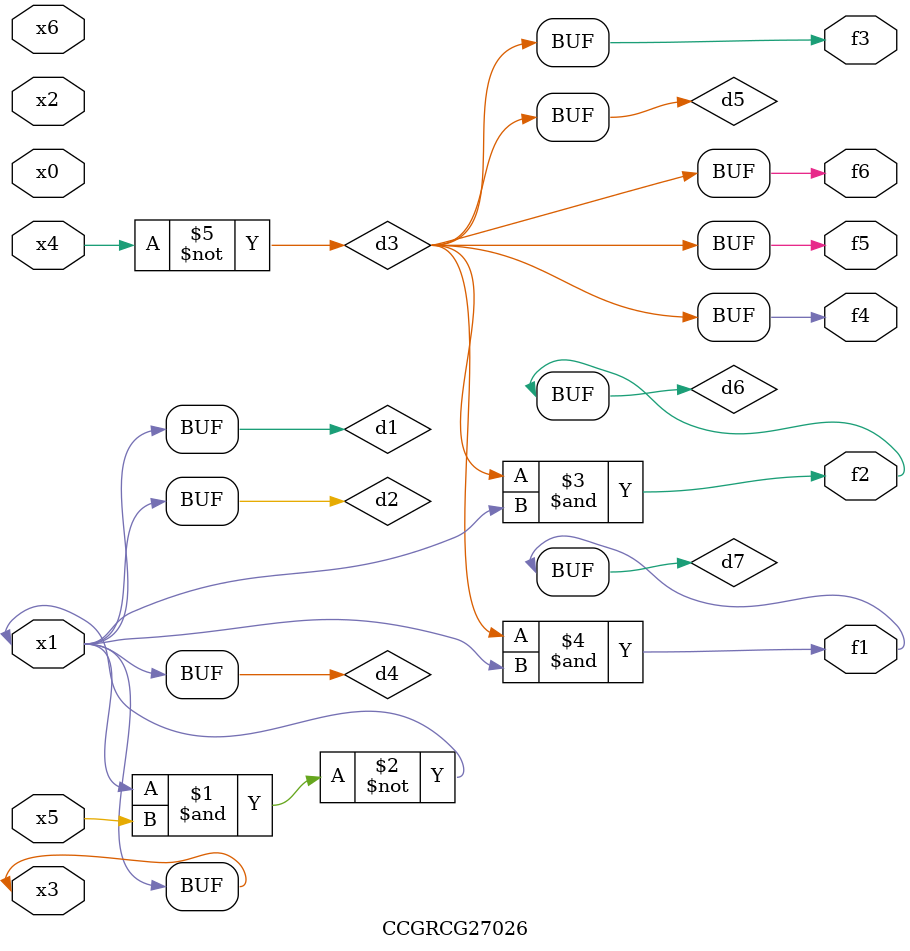
<source format=v>
module CCGRCG27026(
	input x0, x1, x2, x3, x4, x5, x6,
	output f1, f2, f3, f4, f5, f6
);

	wire d1, d2, d3, d4, d5, d6, d7;

	buf (d1, x1, x3);
	nand (d2, x1, x5);
	not (d3, x4);
	buf (d4, d1, d2);
	buf (d5, d3);
	and (d6, d3, d4);
	and (d7, d3, d4);
	assign f1 = d7;
	assign f2 = d6;
	assign f3 = d5;
	assign f4 = d5;
	assign f5 = d5;
	assign f6 = d5;
endmodule

</source>
